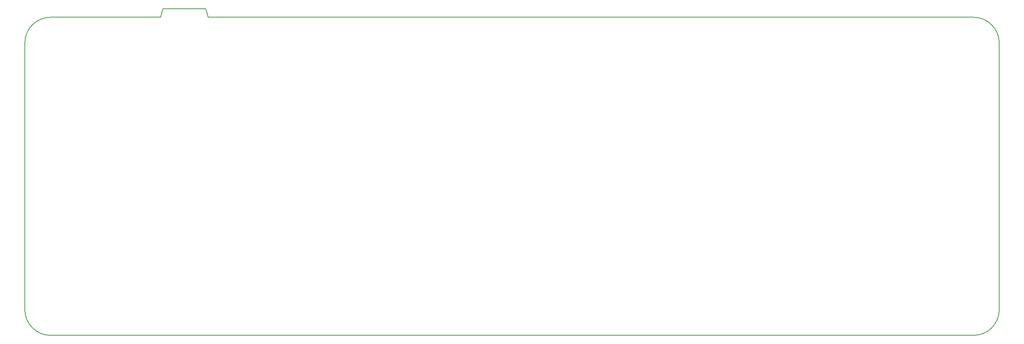
<source format=gbr>
G04 #@! TF.GenerationSoftware,KiCad,Pcbnew,(5.0.2)-1*
G04 #@! TF.CreationDate,2022-11-29T08:35:01-05:00*
G04 #@! TF.ProjectId,kurako_40,6b757261-6b6f-45f3-9430-2e6b69636164,rev?*
G04 #@! TF.SameCoordinates,Original*
G04 #@! TF.FileFunction,Profile,NP*
%FSLAX46Y46*%
G04 Gerber Fmt 4.6, Leading zero omitted, Abs format (unit mm)*
G04 Created by KiCad (PCBNEW (5.0.2)-1) date 11/29/2022 8:35:01 AM*
%MOMM*%
%LPD*%
G01*
G04 APERTURE LIST*
%ADD10C,0.200000*%
G04 APERTURE END LIST*
D10*
X47500000Y-61500000D02*
X73000000Y-61500000D01*
X84000000Y-61500000D02*
X261500000Y-61500000D01*
X267500000Y-129500000D02*
G75*
G02X261500000Y-135500000I-6000000J0D01*
G01*
X47500000Y-135500000D02*
G75*
G02X41500000Y-129500000I0J6000000D01*
G01*
X83500000Y-59500000D02*
X84000000Y-61500000D01*
X73500000Y-59500000D02*
X83500000Y-59500000D01*
X73000000Y-61500000D02*
X73500000Y-59500000D01*
X261500000Y-61500000D02*
G75*
G02X267500000Y-67500000I0J-6000000D01*
G01*
X267500000Y-129500000D02*
X267500000Y-67500000D01*
X47500000Y-135500000D02*
X261500000Y-135500000D01*
X41500000Y-67500000D02*
X41500000Y-129500000D01*
X41500000Y-67500000D02*
G75*
G02X47500000Y-61500000I6000000J0D01*
G01*
M02*

</source>
